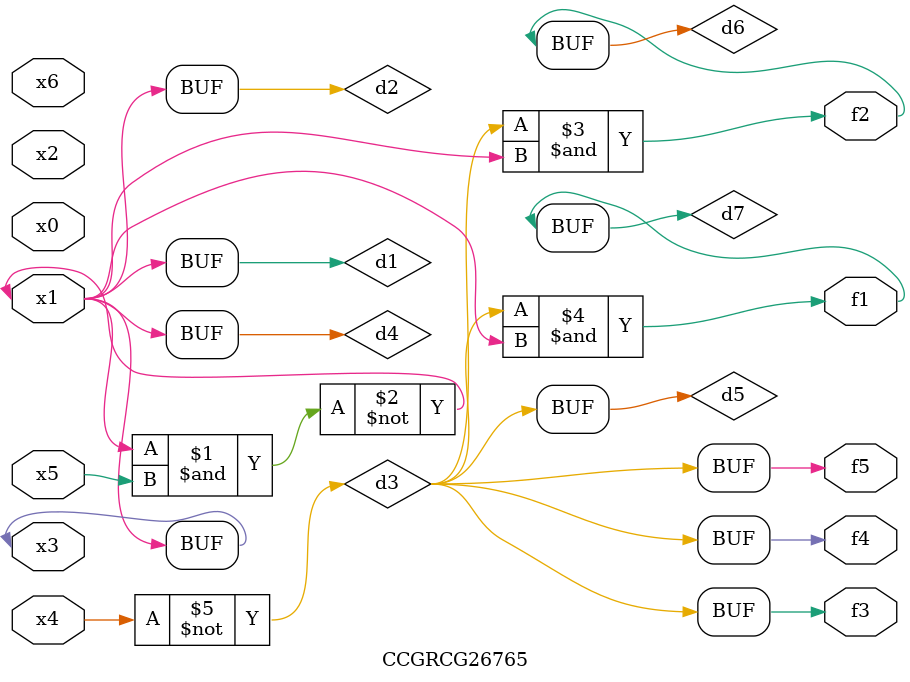
<source format=v>
module CCGRCG26765(
	input x0, x1, x2, x3, x4, x5, x6,
	output f1, f2, f3, f4, f5
);

	wire d1, d2, d3, d4, d5, d6, d7;

	buf (d1, x1, x3);
	nand (d2, x1, x5);
	not (d3, x4);
	buf (d4, d1, d2);
	buf (d5, d3);
	and (d6, d3, d4);
	and (d7, d3, d4);
	assign f1 = d7;
	assign f2 = d6;
	assign f3 = d5;
	assign f4 = d5;
	assign f5 = d5;
endmodule

</source>
